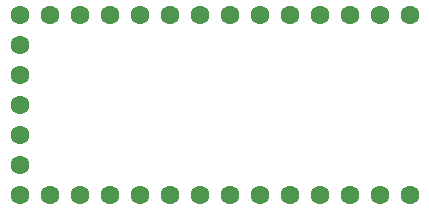
<source format=gbr>
%TF.GenerationSoftware,KiCad,Pcbnew,(5.1.9)-1*%
%TF.CreationDate,2021-08-06T16:10:44+09:00*%
%TF.ProjectId,IMU_USB_ver2,494d555f-5553-4425-9f76-6572322e6b69,rev?*%
%TF.SameCoordinates,Original*%
%TF.FileFunction,Soldermask,Bot*%
%TF.FilePolarity,Negative*%
%FSLAX46Y46*%
G04 Gerber Fmt 4.6, Leading zero omitted, Abs format (unit mm)*
G04 Created by KiCad (PCBNEW (5.1.9)-1) date 2021-08-06 16:10:44*
%MOMM*%
%LPD*%
G01*
G04 APERTURE LIST*
%ADD10C,1.600000*%
G04 APERTURE END LIST*
D10*
%TO.C,U1*%
X132080000Y-123190000D03*
X132080000Y-125730000D03*
X132080000Y-128270000D03*
X132080000Y-130810000D03*
X132080000Y-120650000D03*
X132080000Y-118110000D03*
X132080000Y-115570000D03*
X134620000Y-130810000D03*
X137160000Y-130810000D03*
X139700000Y-130810000D03*
X142240000Y-130810000D03*
X144780000Y-130810000D03*
X147320000Y-130810000D03*
X149860000Y-130810000D03*
X152400000Y-130810000D03*
X154940000Y-130810000D03*
X157480000Y-130810000D03*
X160020000Y-130810000D03*
X162560000Y-130810000D03*
X165100000Y-130810000D03*
X134620000Y-115570000D03*
X137160000Y-115570000D03*
X139700000Y-115570000D03*
X142240000Y-115570000D03*
X144780000Y-115570000D03*
X147320000Y-115570000D03*
X149860000Y-115570000D03*
X152400000Y-115570000D03*
X154940000Y-115570000D03*
X157480000Y-115570000D03*
X160020000Y-115570000D03*
X162560000Y-115570000D03*
X165100000Y-115570000D03*
%TD*%
M02*

</source>
